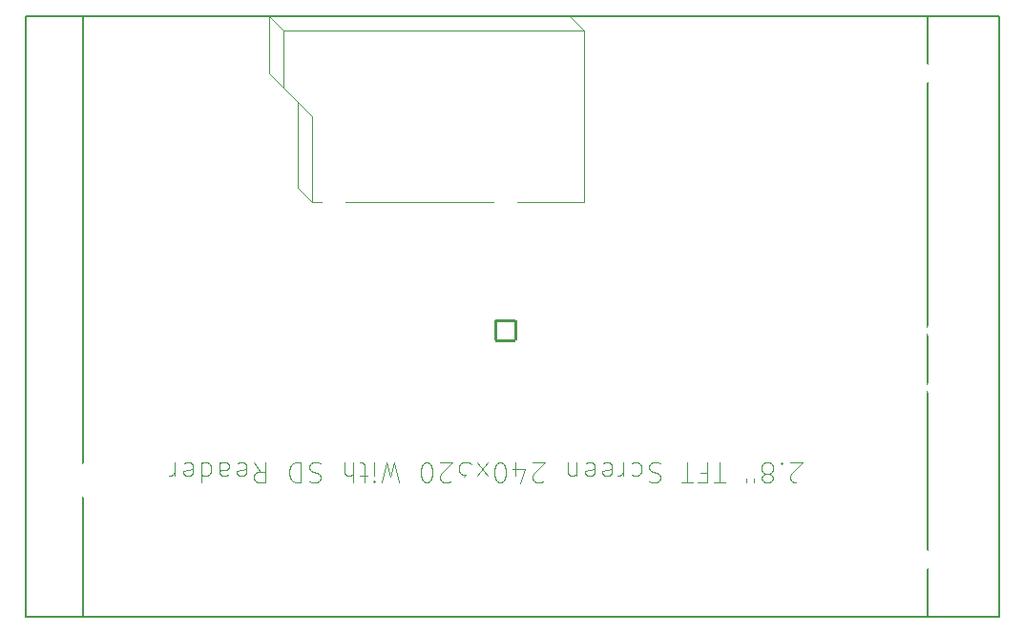
<source format=gbr>
%TF.GenerationSoftware,KiCad,Pcbnew,8.0.6*%
%TF.CreationDate,2025-05-19T18:36:41-06:00*%
%TF.ProjectId,Subsystem SPI Breakout v4,53756273-7973-4746-956d-205350492042,rev?*%
%TF.SameCoordinates,Original*%
%TF.FileFunction,Legend,Bot*%
%TF.FilePolarity,Positive*%
%FSLAX46Y46*%
G04 Gerber Fmt 4.6, Leading zero omitted, Abs format (unit mm)*
G04 Created by KiCad (PCBNEW 8.0.6) date 2025-05-19 18:36:41*
%MOMM*%
%LPD*%
G01*
G04 APERTURE LIST*
G04 Aperture macros list*
%AMRoundRect*
0 Rectangle with rounded corners*
0 $1 Rounding radius*
0 $2 $3 $4 $5 $6 $7 $8 $9 X,Y pos of 4 corners*
0 Add a 4 corners polygon primitive as box body*
4,1,4,$2,$3,$4,$5,$6,$7,$8,$9,$2,$3,0*
0 Add four circle primitives for the rounded corners*
1,1,$1+$1,$2,$3*
1,1,$1+$1,$4,$5*
1,1,$1+$1,$6,$7*
1,1,$1+$1,$8,$9*
0 Add four rect primitives between the rounded corners*
20,1,$1+$1,$2,$3,$4,$5,0*
20,1,$1+$1,$4,$5,$6,$7,0*
20,1,$1+$1,$6,$7,$8,$9,0*
20,1,$1+$1,$8,$9,$2,$3,0*%
G04 Aperture macros list end*
%ADD10C,0.100000*%
%ADD11C,0.200000*%
%ADD12C,1.982000*%
%ADD13C,1.524000*%
%ADD14R,1.500000X1.050000*%
%ADD15O,1.500000X1.050000*%
%ADD16C,1.905000*%
%ADD17R,3.000000X3.000000*%
%ADD18C,3.000000*%
%ADD19RoundRect,0.102000X0.889000X0.889000X-0.889000X0.889000X-0.889000X-0.889000X0.889000X-0.889000X0*%
%ADD20C,2.794000*%
%ADD21C,1.700000*%
G04 APERTURE END LIST*
D10*
X181205544Y-109781459D02*
X181120877Y-109866125D01*
X181120877Y-109866125D02*
X180951544Y-109950792D01*
X180951544Y-109950792D02*
X180528211Y-109950792D01*
X180528211Y-109950792D02*
X180358877Y-109866125D01*
X180358877Y-109866125D02*
X180274211Y-109781459D01*
X180274211Y-109781459D02*
X180189544Y-109612125D01*
X180189544Y-109612125D02*
X180189544Y-109442792D01*
X180189544Y-109442792D02*
X180274211Y-109188792D01*
X180274211Y-109188792D02*
X181290211Y-108172792D01*
X181290211Y-108172792D02*
X180189544Y-108172792D01*
X179427544Y-108342125D02*
X179342878Y-108257459D01*
X179342878Y-108257459D02*
X179427544Y-108172792D01*
X179427544Y-108172792D02*
X179512211Y-108257459D01*
X179512211Y-108257459D02*
X179427544Y-108342125D01*
X179427544Y-108342125D02*
X179427544Y-108172792D01*
X178326877Y-109188792D02*
X178496211Y-109273459D01*
X178496211Y-109273459D02*
X178580877Y-109358125D01*
X178580877Y-109358125D02*
X178665544Y-109527459D01*
X178665544Y-109527459D02*
X178665544Y-109612125D01*
X178665544Y-109612125D02*
X178580877Y-109781459D01*
X178580877Y-109781459D02*
X178496211Y-109866125D01*
X178496211Y-109866125D02*
X178326877Y-109950792D01*
X178326877Y-109950792D02*
X177988211Y-109950792D01*
X177988211Y-109950792D02*
X177818877Y-109866125D01*
X177818877Y-109866125D02*
X177734211Y-109781459D01*
X177734211Y-109781459D02*
X177649544Y-109612125D01*
X177649544Y-109612125D02*
X177649544Y-109527459D01*
X177649544Y-109527459D02*
X177734211Y-109358125D01*
X177734211Y-109358125D02*
X177818877Y-109273459D01*
X177818877Y-109273459D02*
X177988211Y-109188792D01*
X177988211Y-109188792D02*
X178326877Y-109188792D01*
X178326877Y-109188792D02*
X178496211Y-109104125D01*
X178496211Y-109104125D02*
X178580877Y-109019459D01*
X178580877Y-109019459D02*
X178665544Y-108850125D01*
X178665544Y-108850125D02*
X178665544Y-108511459D01*
X178665544Y-108511459D02*
X178580877Y-108342125D01*
X178580877Y-108342125D02*
X178496211Y-108257459D01*
X178496211Y-108257459D02*
X178326877Y-108172792D01*
X178326877Y-108172792D02*
X177988211Y-108172792D01*
X177988211Y-108172792D02*
X177818877Y-108257459D01*
X177818877Y-108257459D02*
X177734211Y-108342125D01*
X177734211Y-108342125D02*
X177649544Y-108511459D01*
X177649544Y-108511459D02*
X177649544Y-108850125D01*
X177649544Y-108850125D02*
X177734211Y-109019459D01*
X177734211Y-109019459D02*
X177818877Y-109104125D01*
X177818877Y-109104125D02*
X177988211Y-109188792D01*
X176972211Y-109950792D02*
X176972211Y-109612125D01*
X176294878Y-109950792D02*
X176294878Y-109612125D01*
X174432210Y-109950792D02*
X173416210Y-109950792D01*
X173924210Y-108172792D02*
X173924210Y-109950792D01*
X172230877Y-109104125D02*
X172823543Y-109104125D01*
X172823543Y-108172792D02*
X172823543Y-109950792D01*
X172823543Y-109950792D02*
X171976877Y-109950792D01*
X171553543Y-109950792D02*
X170537543Y-109950792D01*
X171045543Y-108172792D02*
X171045543Y-109950792D01*
X168674876Y-108257459D02*
X168420876Y-108172792D01*
X168420876Y-108172792D02*
X167997543Y-108172792D01*
X167997543Y-108172792D02*
X167828209Y-108257459D01*
X167828209Y-108257459D02*
X167743543Y-108342125D01*
X167743543Y-108342125D02*
X167658876Y-108511459D01*
X167658876Y-108511459D02*
X167658876Y-108680792D01*
X167658876Y-108680792D02*
X167743543Y-108850125D01*
X167743543Y-108850125D02*
X167828209Y-108934792D01*
X167828209Y-108934792D02*
X167997543Y-109019459D01*
X167997543Y-109019459D02*
X168336209Y-109104125D01*
X168336209Y-109104125D02*
X168505543Y-109188792D01*
X168505543Y-109188792D02*
X168590209Y-109273459D01*
X168590209Y-109273459D02*
X168674876Y-109442792D01*
X168674876Y-109442792D02*
X168674876Y-109612125D01*
X168674876Y-109612125D02*
X168590209Y-109781459D01*
X168590209Y-109781459D02*
X168505543Y-109866125D01*
X168505543Y-109866125D02*
X168336209Y-109950792D01*
X168336209Y-109950792D02*
X167912876Y-109950792D01*
X167912876Y-109950792D02*
X167658876Y-109866125D01*
X166134876Y-108257459D02*
X166304210Y-108172792D01*
X166304210Y-108172792D02*
X166642876Y-108172792D01*
X166642876Y-108172792D02*
X166812210Y-108257459D01*
X166812210Y-108257459D02*
X166896876Y-108342125D01*
X166896876Y-108342125D02*
X166981543Y-108511459D01*
X166981543Y-108511459D02*
X166981543Y-109019459D01*
X166981543Y-109019459D02*
X166896876Y-109188792D01*
X166896876Y-109188792D02*
X166812210Y-109273459D01*
X166812210Y-109273459D02*
X166642876Y-109358125D01*
X166642876Y-109358125D02*
X166304210Y-109358125D01*
X166304210Y-109358125D02*
X166134876Y-109273459D01*
X165372876Y-108172792D02*
X165372876Y-109358125D01*
X165372876Y-109019459D02*
X165288210Y-109188792D01*
X165288210Y-109188792D02*
X165203543Y-109273459D01*
X165203543Y-109273459D02*
X165034210Y-109358125D01*
X165034210Y-109358125D02*
X164864876Y-109358125D01*
X163594876Y-108257459D02*
X163764209Y-108172792D01*
X163764209Y-108172792D02*
X164102876Y-108172792D01*
X164102876Y-108172792D02*
X164272209Y-108257459D01*
X164272209Y-108257459D02*
X164356876Y-108426792D01*
X164356876Y-108426792D02*
X164356876Y-109104125D01*
X164356876Y-109104125D02*
X164272209Y-109273459D01*
X164272209Y-109273459D02*
X164102876Y-109358125D01*
X164102876Y-109358125D02*
X163764209Y-109358125D01*
X163764209Y-109358125D02*
X163594876Y-109273459D01*
X163594876Y-109273459D02*
X163510209Y-109104125D01*
X163510209Y-109104125D02*
X163510209Y-108934792D01*
X163510209Y-108934792D02*
X164356876Y-108765459D01*
X162070876Y-108257459D02*
X162240209Y-108172792D01*
X162240209Y-108172792D02*
X162578876Y-108172792D01*
X162578876Y-108172792D02*
X162748209Y-108257459D01*
X162748209Y-108257459D02*
X162832876Y-108426792D01*
X162832876Y-108426792D02*
X162832876Y-109104125D01*
X162832876Y-109104125D02*
X162748209Y-109273459D01*
X162748209Y-109273459D02*
X162578876Y-109358125D01*
X162578876Y-109358125D02*
X162240209Y-109358125D01*
X162240209Y-109358125D02*
X162070876Y-109273459D01*
X162070876Y-109273459D02*
X161986209Y-109104125D01*
X161986209Y-109104125D02*
X161986209Y-108934792D01*
X161986209Y-108934792D02*
X162832876Y-108765459D01*
X161224209Y-109358125D02*
X161224209Y-108172792D01*
X161224209Y-109188792D02*
X161139543Y-109273459D01*
X161139543Y-109273459D02*
X160970209Y-109358125D01*
X160970209Y-109358125D02*
X160716209Y-109358125D01*
X160716209Y-109358125D02*
X160546876Y-109273459D01*
X160546876Y-109273459D02*
X160462209Y-109104125D01*
X160462209Y-109104125D02*
X160462209Y-108172792D01*
X158345542Y-109781459D02*
X158260875Y-109866125D01*
X158260875Y-109866125D02*
X158091542Y-109950792D01*
X158091542Y-109950792D02*
X157668209Y-109950792D01*
X157668209Y-109950792D02*
X157498875Y-109866125D01*
X157498875Y-109866125D02*
X157414209Y-109781459D01*
X157414209Y-109781459D02*
X157329542Y-109612125D01*
X157329542Y-109612125D02*
X157329542Y-109442792D01*
X157329542Y-109442792D02*
X157414209Y-109188792D01*
X157414209Y-109188792D02*
X158430209Y-108172792D01*
X158430209Y-108172792D02*
X157329542Y-108172792D01*
X155805542Y-109358125D02*
X155805542Y-108172792D01*
X156228876Y-110035459D02*
X156652209Y-108765459D01*
X156652209Y-108765459D02*
X155551542Y-108765459D01*
X154535543Y-109950792D02*
X154366209Y-109950792D01*
X154366209Y-109950792D02*
X154196876Y-109866125D01*
X154196876Y-109866125D02*
X154112209Y-109781459D01*
X154112209Y-109781459D02*
X154027543Y-109612125D01*
X154027543Y-109612125D02*
X153942876Y-109273459D01*
X153942876Y-109273459D02*
X153942876Y-108850125D01*
X153942876Y-108850125D02*
X154027543Y-108511459D01*
X154027543Y-108511459D02*
X154112209Y-108342125D01*
X154112209Y-108342125D02*
X154196876Y-108257459D01*
X154196876Y-108257459D02*
X154366209Y-108172792D01*
X154366209Y-108172792D02*
X154535543Y-108172792D01*
X154535543Y-108172792D02*
X154704876Y-108257459D01*
X154704876Y-108257459D02*
X154789543Y-108342125D01*
X154789543Y-108342125D02*
X154874209Y-108511459D01*
X154874209Y-108511459D02*
X154958876Y-108850125D01*
X154958876Y-108850125D02*
X154958876Y-109273459D01*
X154958876Y-109273459D02*
X154874209Y-109612125D01*
X154874209Y-109612125D02*
X154789543Y-109781459D01*
X154789543Y-109781459D02*
X154704876Y-109866125D01*
X154704876Y-109866125D02*
X154535543Y-109950792D01*
X153350210Y-108172792D02*
X152418876Y-109358125D01*
X153350210Y-109358125D02*
X152418876Y-108172792D01*
X151910877Y-109950792D02*
X150810210Y-109950792D01*
X150810210Y-109950792D02*
X151402877Y-109273459D01*
X151402877Y-109273459D02*
X151148877Y-109273459D01*
X151148877Y-109273459D02*
X150979543Y-109188792D01*
X150979543Y-109188792D02*
X150894877Y-109104125D01*
X150894877Y-109104125D02*
X150810210Y-108934792D01*
X150810210Y-108934792D02*
X150810210Y-108511459D01*
X150810210Y-108511459D02*
X150894877Y-108342125D01*
X150894877Y-108342125D02*
X150979543Y-108257459D01*
X150979543Y-108257459D02*
X151148877Y-108172792D01*
X151148877Y-108172792D02*
X151656877Y-108172792D01*
X151656877Y-108172792D02*
X151826210Y-108257459D01*
X151826210Y-108257459D02*
X151910877Y-108342125D01*
X150132877Y-109781459D02*
X150048210Y-109866125D01*
X150048210Y-109866125D02*
X149878877Y-109950792D01*
X149878877Y-109950792D02*
X149455544Y-109950792D01*
X149455544Y-109950792D02*
X149286210Y-109866125D01*
X149286210Y-109866125D02*
X149201544Y-109781459D01*
X149201544Y-109781459D02*
X149116877Y-109612125D01*
X149116877Y-109612125D02*
X149116877Y-109442792D01*
X149116877Y-109442792D02*
X149201544Y-109188792D01*
X149201544Y-109188792D02*
X150217544Y-108172792D01*
X150217544Y-108172792D02*
X149116877Y-108172792D01*
X148016211Y-109950792D02*
X147846877Y-109950792D01*
X147846877Y-109950792D02*
X147677544Y-109866125D01*
X147677544Y-109866125D02*
X147592877Y-109781459D01*
X147592877Y-109781459D02*
X147508211Y-109612125D01*
X147508211Y-109612125D02*
X147423544Y-109273459D01*
X147423544Y-109273459D02*
X147423544Y-108850125D01*
X147423544Y-108850125D02*
X147508211Y-108511459D01*
X147508211Y-108511459D02*
X147592877Y-108342125D01*
X147592877Y-108342125D02*
X147677544Y-108257459D01*
X147677544Y-108257459D02*
X147846877Y-108172792D01*
X147846877Y-108172792D02*
X148016211Y-108172792D01*
X148016211Y-108172792D02*
X148185544Y-108257459D01*
X148185544Y-108257459D02*
X148270211Y-108342125D01*
X148270211Y-108342125D02*
X148354877Y-108511459D01*
X148354877Y-108511459D02*
X148439544Y-108850125D01*
X148439544Y-108850125D02*
X148439544Y-109273459D01*
X148439544Y-109273459D02*
X148354877Y-109612125D01*
X148354877Y-109612125D02*
X148270211Y-109781459D01*
X148270211Y-109781459D02*
X148185544Y-109866125D01*
X148185544Y-109866125D02*
X148016211Y-109950792D01*
X145476211Y-109950792D02*
X145052877Y-108172792D01*
X145052877Y-108172792D02*
X144714211Y-109442792D01*
X144714211Y-109442792D02*
X144375544Y-108172792D01*
X144375544Y-108172792D02*
X143952211Y-109950792D01*
X143274877Y-108172792D02*
X143274877Y-109358125D01*
X143274877Y-109950792D02*
X143359544Y-109866125D01*
X143359544Y-109866125D02*
X143274877Y-109781459D01*
X143274877Y-109781459D02*
X143190211Y-109866125D01*
X143190211Y-109866125D02*
X143274877Y-109950792D01*
X143274877Y-109950792D02*
X143274877Y-109781459D01*
X142682210Y-109358125D02*
X142004877Y-109358125D01*
X142428210Y-109950792D02*
X142428210Y-108426792D01*
X142428210Y-108426792D02*
X142343544Y-108257459D01*
X142343544Y-108257459D02*
X142174210Y-108172792D01*
X142174210Y-108172792D02*
X142004877Y-108172792D01*
X141412210Y-108172792D02*
X141412210Y-109950792D01*
X140650210Y-108172792D02*
X140650210Y-109104125D01*
X140650210Y-109104125D02*
X140734877Y-109273459D01*
X140734877Y-109273459D02*
X140904210Y-109358125D01*
X140904210Y-109358125D02*
X141158210Y-109358125D01*
X141158210Y-109358125D02*
X141327544Y-109273459D01*
X141327544Y-109273459D02*
X141412210Y-109188792D01*
X138533543Y-108257459D02*
X138279543Y-108172792D01*
X138279543Y-108172792D02*
X137856210Y-108172792D01*
X137856210Y-108172792D02*
X137686876Y-108257459D01*
X137686876Y-108257459D02*
X137602210Y-108342125D01*
X137602210Y-108342125D02*
X137517543Y-108511459D01*
X137517543Y-108511459D02*
X137517543Y-108680792D01*
X137517543Y-108680792D02*
X137602210Y-108850125D01*
X137602210Y-108850125D02*
X137686876Y-108934792D01*
X137686876Y-108934792D02*
X137856210Y-109019459D01*
X137856210Y-109019459D02*
X138194876Y-109104125D01*
X138194876Y-109104125D02*
X138364210Y-109188792D01*
X138364210Y-109188792D02*
X138448876Y-109273459D01*
X138448876Y-109273459D02*
X138533543Y-109442792D01*
X138533543Y-109442792D02*
X138533543Y-109612125D01*
X138533543Y-109612125D02*
X138448876Y-109781459D01*
X138448876Y-109781459D02*
X138364210Y-109866125D01*
X138364210Y-109866125D02*
X138194876Y-109950792D01*
X138194876Y-109950792D02*
X137771543Y-109950792D01*
X137771543Y-109950792D02*
X137517543Y-109866125D01*
X136755543Y-108172792D02*
X136755543Y-109950792D01*
X136755543Y-109950792D02*
X136332210Y-109950792D01*
X136332210Y-109950792D02*
X136078210Y-109866125D01*
X136078210Y-109866125D02*
X135908877Y-109696792D01*
X135908877Y-109696792D02*
X135824210Y-109527459D01*
X135824210Y-109527459D02*
X135739543Y-109188792D01*
X135739543Y-109188792D02*
X135739543Y-108934792D01*
X135739543Y-108934792D02*
X135824210Y-108596125D01*
X135824210Y-108596125D02*
X135908877Y-108426792D01*
X135908877Y-108426792D02*
X136078210Y-108257459D01*
X136078210Y-108257459D02*
X136332210Y-108172792D01*
X136332210Y-108172792D02*
X136755543Y-108172792D01*
X132606876Y-108172792D02*
X133199543Y-109019459D01*
X133622876Y-108172792D02*
X133622876Y-109950792D01*
X133622876Y-109950792D02*
X132945543Y-109950792D01*
X132945543Y-109950792D02*
X132776210Y-109866125D01*
X132776210Y-109866125D02*
X132691543Y-109781459D01*
X132691543Y-109781459D02*
X132606876Y-109612125D01*
X132606876Y-109612125D02*
X132606876Y-109358125D01*
X132606876Y-109358125D02*
X132691543Y-109188792D01*
X132691543Y-109188792D02*
X132776210Y-109104125D01*
X132776210Y-109104125D02*
X132945543Y-109019459D01*
X132945543Y-109019459D02*
X133622876Y-109019459D01*
X131167543Y-108257459D02*
X131336876Y-108172792D01*
X131336876Y-108172792D02*
X131675543Y-108172792D01*
X131675543Y-108172792D02*
X131844876Y-108257459D01*
X131844876Y-108257459D02*
X131929543Y-108426792D01*
X131929543Y-108426792D02*
X131929543Y-109104125D01*
X131929543Y-109104125D02*
X131844876Y-109273459D01*
X131844876Y-109273459D02*
X131675543Y-109358125D01*
X131675543Y-109358125D02*
X131336876Y-109358125D01*
X131336876Y-109358125D02*
X131167543Y-109273459D01*
X131167543Y-109273459D02*
X131082876Y-109104125D01*
X131082876Y-109104125D02*
X131082876Y-108934792D01*
X131082876Y-108934792D02*
X131929543Y-108765459D01*
X129558876Y-108172792D02*
X129558876Y-109104125D01*
X129558876Y-109104125D02*
X129643543Y-109273459D01*
X129643543Y-109273459D02*
X129812876Y-109358125D01*
X129812876Y-109358125D02*
X130151543Y-109358125D01*
X130151543Y-109358125D02*
X130320876Y-109273459D01*
X129558876Y-108257459D02*
X129728210Y-108172792D01*
X129728210Y-108172792D02*
X130151543Y-108172792D01*
X130151543Y-108172792D02*
X130320876Y-108257459D01*
X130320876Y-108257459D02*
X130405543Y-108426792D01*
X130405543Y-108426792D02*
X130405543Y-108596125D01*
X130405543Y-108596125D02*
X130320876Y-108765459D01*
X130320876Y-108765459D02*
X130151543Y-108850125D01*
X130151543Y-108850125D02*
X129728210Y-108850125D01*
X129728210Y-108850125D02*
X129558876Y-108934792D01*
X127950209Y-108172792D02*
X127950209Y-109950792D01*
X127950209Y-108257459D02*
X128119543Y-108172792D01*
X128119543Y-108172792D02*
X128458209Y-108172792D01*
X128458209Y-108172792D02*
X128627543Y-108257459D01*
X128627543Y-108257459D02*
X128712209Y-108342125D01*
X128712209Y-108342125D02*
X128796876Y-108511459D01*
X128796876Y-108511459D02*
X128796876Y-109019459D01*
X128796876Y-109019459D02*
X128712209Y-109188792D01*
X128712209Y-109188792D02*
X128627543Y-109273459D01*
X128627543Y-109273459D02*
X128458209Y-109358125D01*
X128458209Y-109358125D02*
X128119543Y-109358125D01*
X128119543Y-109358125D02*
X127950209Y-109273459D01*
X126426209Y-108257459D02*
X126595542Y-108172792D01*
X126595542Y-108172792D02*
X126934209Y-108172792D01*
X126934209Y-108172792D02*
X127103542Y-108257459D01*
X127103542Y-108257459D02*
X127188209Y-108426792D01*
X127188209Y-108426792D02*
X127188209Y-109104125D01*
X127188209Y-109104125D02*
X127103542Y-109273459D01*
X127103542Y-109273459D02*
X126934209Y-109358125D01*
X126934209Y-109358125D02*
X126595542Y-109358125D01*
X126595542Y-109358125D02*
X126426209Y-109273459D01*
X126426209Y-109273459D02*
X126341542Y-109104125D01*
X126341542Y-109104125D02*
X126341542Y-108934792D01*
X126341542Y-108934792D02*
X127188209Y-108765459D01*
X125579542Y-108172792D02*
X125579542Y-109358125D01*
X125579542Y-109019459D02*
X125494876Y-109188792D01*
X125494876Y-109188792D02*
X125410209Y-109273459D01*
X125410209Y-109273459D02*
X125240876Y-109358125D01*
X125240876Y-109358125D02*
X125071542Y-109358125D01*
%TO.C,U2*%
X133910000Y-68580000D02*
X135180000Y-69850000D01*
X133910000Y-73660000D02*
X133910000Y-68580000D01*
X135180000Y-69850000D02*
X135180000Y-74930000D01*
X135180000Y-69850000D02*
X161850000Y-69850000D01*
X135180000Y-74930000D02*
X133910000Y-73660000D01*
X136450000Y-83820000D02*
X136450000Y-76200000D01*
X137720000Y-77470000D02*
X135180000Y-74930000D01*
X137720000Y-85090000D02*
X136450000Y-83820000D01*
X137720000Y-85090000D02*
X137720000Y-77470000D01*
X137720000Y-85090000D02*
X161850000Y-85090000D01*
X161850000Y-69850000D02*
X160580000Y-68580000D01*
X161850000Y-85090000D02*
X161850000Y-69850000D01*
D11*
X192330000Y-121920000D02*
X117400000Y-121920000D01*
X117400000Y-68580000D01*
X192330000Y-68580000D01*
X192330000Y-121920000D01*
X198680000Y-121920000D02*
X112320000Y-121920000D01*
X112320000Y-68580000D01*
X198680000Y-68580000D01*
X198680000Y-121920000D01*
%TD*%
%LPC*%
D12*
%TO.C,R5*%
X120600000Y-78740000D03*
X120600000Y-71120000D03*
%TD*%
%TO.C,R9*%
X172720000Y-99060000D03*
X180340000Y-99060000D03*
%TD*%
D13*
%TO.C,Brightness Adjust1*%
X182880000Y-99060000D03*
X193040000Y-96520000D03*
X193040000Y-101600000D03*
%TD*%
D12*
%TO.C,R16*%
X134620000Y-111760000D03*
X134620000Y-119380000D03*
%TD*%
%TO.C,R10*%
X148590000Y-78740000D03*
X148590000Y-71120000D03*
%TD*%
D14*
%TO.C,CS_SD1*%
X139700000Y-71120000D03*
D15*
X139700000Y-72390000D03*
X139700000Y-73660000D03*
%TD*%
D14*
%TO.C,DC1*%
X170180000Y-71120000D03*
D15*
X170180000Y-72390000D03*
X170180000Y-73660000D03*
%TD*%
D12*
%TO.C,R1*%
X181610000Y-110490000D03*
X181610000Y-118110000D03*
%TD*%
%TO.C,R17*%
X129540000Y-104140000D03*
X129540000Y-111760000D03*
%TD*%
%TO.C,R14*%
X132080000Y-78740000D03*
X132080000Y-71120000D03*
%TD*%
%TO.C,R11*%
X154940000Y-85090000D03*
X154940000Y-77470000D03*
%TD*%
D14*
%TO.C,RESET1*%
X146050000Y-118110000D03*
D15*
X146050000Y-116840000D03*
X146050000Y-115570000D03*
%TD*%
D12*
%TO.C,R6*%
X124460000Y-85090000D03*
X124460000Y-77470000D03*
%TD*%
D14*
%TO.C,MISO1*%
X124460000Y-71120000D03*
D15*
X124460000Y-72390000D03*
X124460000Y-73660000D03*
%TD*%
D16*
%TO.C,U1*%
X186800000Y-109000000D03*
%TD*%
D17*
%TO.C,LS1*%
X122600000Y-109800000D03*
D18*
X117520000Y-109800000D03*
%TD*%
D12*
%TO.C,R15*%
X139700000Y-85090000D03*
X139700000Y-77470000D03*
%TD*%
D19*
%TO.C,C1*%
X154940000Y-96520000D03*
D12*
X152400000Y-96520000D03*
X149860000Y-96520000D03*
X144780000Y-93980000D03*
X144780000Y-96520000D03*
X142240000Y-96520000D03*
X147320000Y-96520000D03*
X147320000Y-93980000D03*
X154940000Y-93980000D03*
X149860000Y-93980000D03*
X152400000Y-93980000D03*
X142240000Y-93980000D03*
%TD*%
D14*
%TO.C,MOSI1*%
X161290000Y-118110000D03*
D15*
X161290000Y-116840000D03*
X161290000Y-115570000D03*
%TD*%
D12*
%TO.C,R12*%
X163830000Y-80010000D03*
X163830000Y-72390000D03*
%TD*%
%TO.C,R2*%
X176530000Y-104140000D03*
X176530000Y-111760000D03*
%TD*%
D14*
%TO.C,Amplifying Transistor1*%
X119380000Y-101540000D03*
D15*
X119380000Y-102810000D03*
X119380000Y-104080000D03*
%TD*%
D12*
%TO.C,R7*%
X119000000Y-90390000D03*
X119000000Y-98010000D03*
%TD*%
%TO.C,R13*%
X170180000Y-85090000D03*
X170180000Y-77470000D03*
%TD*%
%TO.C,R19*%
X146050000Y-104140000D03*
X146050000Y-111760000D03*
%TD*%
D14*
%TO.C,CS_TFT1*%
X154940000Y-71120000D03*
D15*
X154940000Y-72390000D03*
X154940000Y-73660000D03*
%TD*%
D14*
%TO.C,SCK1*%
X176530000Y-118110000D03*
D15*
X176530000Y-116840000D03*
X176530000Y-115570000D03*
%TD*%
D12*
%TO.C,R3*%
X166370000Y-110490000D03*
X166370000Y-118110000D03*
%TD*%
%TO.C,R18*%
X151130000Y-110490000D03*
X151130000Y-118110000D03*
%TD*%
%TO.C,R8*%
X125730000Y-105410000D03*
X125730000Y-97790000D03*
%TD*%
%TO.C,R4*%
X161290000Y-104140000D03*
X161290000Y-111760000D03*
%TD*%
D18*
%TO.C,U2*%
X191060000Y-116840000D03*
X191060000Y-73660000D03*
D20*
X114860000Y-116840000D03*
X114860000Y-73660000D03*
D21*
X196140000Y-83820000D03*
X196140000Y-88900000D03*
X196140000Y-81280000D03*
X196140000Y-96520000D03*
X196140000Y-86360000D03*
X196140000Y-93980000D03*
X196140000Y-91440000D03*
X196140000Y-99060000D03*
X115030000Y-91440000D03*
X115030000Y-96520000D03*
X115030000Y-93980000D03*
X115030000Y-99060000D03*
X196140000Y-101600000D03*
X196140000Y-104140000D03*
X196140000Y-106680000D03*
X196140000Y-109220000D03*
X196140000Y-111760000D03*
X196140000Y-78740000D03*
%TD*%
D14*
%TO.C,CS_Touch1*%
X129540000Y-118110000D03*
D15*
X129540000Y-116840000D03*
X129540000Y-115570000D03*
%TD*%
%LPD*%
M02*

</source>
